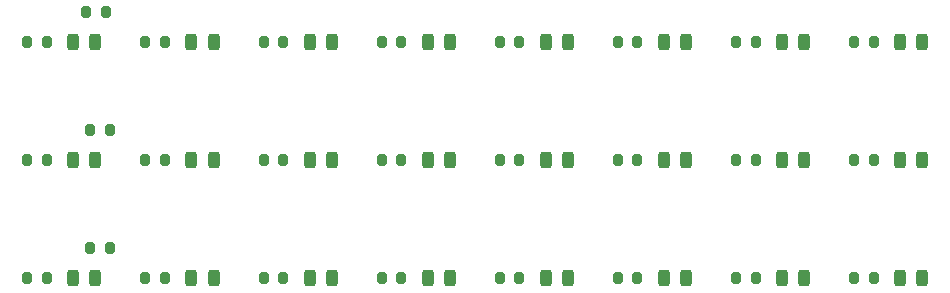
<source format=gbr>
%TF.GenerationSoftware,KiCad,Pcbnew,9.0.3*%
%TF.CreationDate,2025-08-28T14:22:23-04:00*%
%TF.ProjectId,Shift-LED-Board,53686966-742d-44c4-9544-2d426f617264,rev?*%
%TF.SameCoordinates,Original*%
%TF.FileFunction,Paste,Top*%
%TF.FilePolarity,Positive*%
%FSLAX46Y46*%
G04 Gerber Fmt 4.6, Leading zero omitted, Abs format (unit mm)*
G04 Created by KiCad (PCBNEW 9.0.3) date 2025-08-28 14:22:23*
%MOMM*%
%LPD*%
G01*
G04 APERTURE LIST*
G04 Aperture macros list*
%AMRoundRect*
0 Rectangle with rounded corners*
0 $1 Rounding radius*
0 $2 $3 $4 $5 $6 $7 $8 $9 X,Y pos of 4 corners*
0 Add a 4 corners polygon primitive as box body*
4,1,4,$2,$3,$4,$5,$6,$7,$8,$9,$2,$3,0*
0 Add four circle primitives for the rounded corners*
1,1,$1+$1,$2,$3*
1,1,$1+$1,$4,$5*
1,1,$1+$1,$6,$7*
1,1,$1+$1,$8,$9*
0 Add four rect primitives between the rounded corners*
20,1,$1+$1,$2,$3,$4,$5,0*
20,1,$1+$1,$4,$5,$6,$7,0*
20,1,$1+$1,$6,$7,$8,$9,0*
20,1,$1+$1,$8,$9,$2,$3,0*%
G04 Aperture macros list end*
%ADD10RoundRect,0.200000X-0.200000X-0.275000X0.200000X-0.275000X0.200000X0.275000X-0.200000X0.275000X0*%
%ADD11RoundRect,0.243750X0.243750X0.456250X-0.243750X0.456250X-0.243750X-0.456250X0.243750X-0.456250X0*%
%ADD12RoundRect,0.200000X0.200000X0.275000X-0.200000X0.275000X-0.200000X-0.275000X0.200000X-0.275000X0*%
G04 APERTURE END LIST*
D10*
%TO.C,R8*%
X167175000Y-46000000D03*
X168825000Y-46000000D03*
%TD*%
%TO.C,R23*%
X157175000Y-66000000D03*
X158825000Y-66000000D03*
%TD*%
D11*
%TO.C,D15*%
X162937500Y-56000000D03*
X161062500Y-56000000D03*
%TD*%
D10*
%TO.C,R19*%
X117175000Y-66000000D03*
X118825000Y-66000000D03*
%TD*%
%TO.C,R12*%
X127175000Y-56000000D03*
X128825000Y-56000000D03*
%TD*%
%TO.C,R3*%
X117175000Y-46000000D03*
X118825000Y-46000000D03*
%TD*%
D11*
%TO.C,D6*%
X152937500Y-46000000D03*
X151062500Y-46000000D03*
%TD*%
%TO.C,D17*%
X102937500Y-66000000D03*
X101062500Y-66000000D03*
%TD*%
%TO.C,D20*%
X132937500Y-66000000D03*
X131062500Y-66000000D03*
%TD*%
%TO.C,D4*%
X132937500Y-46000000D03*
X131062500Y-46000000D03*
%TD*%
D12*
%TO.C,R25*%
X103825000Y-43500000D03*
X102175000Y-43500000D03*
%TD*%
D10*
%TO.C,R24*%
X167175000Y-66000000D03*
X168825000Y-66000000D03*
%TD*%
%TO.C,R22*%
X147175000Y-66000000D03*
X148825000Y-66000000D03*
%TD*%
D11*
%TO.C,D14*%
X152937500Y-56000000D03*
X151062500Y-56000000D03*
%TD*%
%TO.C,D19*%
X122937500Y-66000000D03*
X121062500Y-66000000D03*
%TD*%
D10*
%TO.C,R1*%
X97175000Y-46000000D03*
X98825000Y-46000000D03*
%TD*%
%TO.C,R6*%
X147175000Y-46000000D03*
X148825000Y-46000000D03*
%TD*%
D11*
%TO.C,D23*%
X162937500Y-66000000D03*
X161062500Y-66000000D03*
%TD*%
%TO.C,D16*%
X172937500Y-56000000D03*
X171062500Y-56000000D03*
%TD*%
%TO.C,D11*%
X122937500Y-56000000D03*
X121062500Y-56000000D03*
%TD*%
D10*
%TO.C,R5*%
X137175000Y-46000000D03*
X138825000Y-46000000D03*
%TD*%
D11*
%TO.C,D10*%
X112937500Y-56000000D03*
X111062500Y-56000000D03*
%TD*%
%TO.C,D5*%
X142937500Y-46000000D03*
X141062500Y-46000000D03*
%TD*%
D10*
%TO.C,R14*%
X147175000Y-56000000D03*
X148825000Y-56000000D03*
%TD*%
D11*
%TO.C,D2*%
X112937500Y-46000000D03*
X111062500Y-46000000D03*
%TD*%
%TO.C,D9*%
X102937500Y-56000000D03*
X101062500Y-56000000D03*
%TD*%
%TO.C,D3*%
X122937500Y-46000000D03*
X121062500Y-46000000D03*
%TD*%
D10*
%TO.C,R7*%
X157175000Y-46000000D03*
X158825000Y-46000000D03*
%TD*%
D12*
%TO.C,R27*%
X104150000Y-53500000D03*
X102500000Y-53500000D03*
%TD*%
D10*
%TO.C,R21*%
X137175000Y-66000000D03*
X138825000Y-66000000D03*
%TD*%
%TO.C,R17*%
X97175000Y-66000000D03*
X98825000Y-66000000D03*
%TD*%
D11*
%TO.C,D22*%
X152937500Y-66000000D03*
X151062500Y-66000000D03*
%TD*%
%TO.C,D13*%
X142937500Y-56000000D03*
X141062500Y-56000000D03*
%TD*%
D10*
%TO.C,R20*%
X127175000Y-66000000D03*
X128825000Y-66000000D03*
%TD*%
D11*
%TO.C,D18*%
X112937500Y-66000000D03*
X111062500Y-66000000D03*
%TD*%
D10*
%TO.C,R2*%
X107175000Y-46000000D03*
X108825000Y-46000000D03*
%TD*%
%TO.C,R4*%
X127175000Y-46000000D03*
X128825000Y-46000000D03*
%TD*%
%TO.C,R9*%
X97175000Y-56000000D03*
X98825000Y-56000000D03*
%TD*%
D11*
%TO.C,D7*%
X162937500Y-46000000D03*
X161062500Y-46000000D03*
%TD*%
D12*
%TO.C,R26*%
X104150000Y-63500000D03*
X102500000Y-63500000D03*
%TD*%
D10*
%TO.C,R10*%
X107175000Y-56000000D03*
X108825000Y-56000000D03*
%TD*%
%TO.C,R13*%
X137175000Y-56000000D03*
X138825000Y-56000000D03*
%TD*%
%TO.C,R11*%
X117175000Y-56000000D03*
X118825000Y-56000000D03*
%TD*%
%TO.C,R18*%
X107175000Y-66000000D03*
X108825000Y-66000000D03*
%TD*%
%TO.C,R16*%
X167175000Y-56000000D03*
X168825000Y-56000000D03*
%TD*%
D11*
%TO.C,D21*%
X142937500Y-66000000D03*
X141062500Y-66000000D03*
%TD*%
D10*
%TO.C,R15*%
X157175000Y-56000000D03*
X158825000Y-56000000D03*
%TD*%
D11*
%TO.C,D24*%
X172937500Y-66000000D03*
X171062500Y-66000000D03*
%TD*%
%TO.C,D12*%
X132937500Y-56000000D03*
X131062500Y-56000000D03*
%TD*%
%TO.C,D8*%
X172937500Y-46000000D03*
X171062500Y-46000000D03*
%TD*%
%TO.C,D1*%
X102937500Y-46000000D03*
X101062500Y-46000000D03*
%TD*%
M02*

</source>
